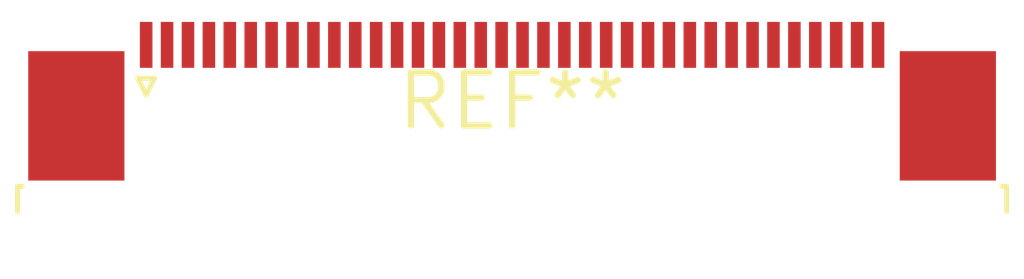
<source format=kicad_pcb>
(kicad_pcb (version 20240108) (generator pcbnew)
  (layers (0 "F.Cu" signal) (31 "B.Cu" signal) (34 "B.Paste" user) (35 "F.Paste" user) (36 "B.SilkS" user "B.Silkscreen") (37 "F.SilkS" user "F.Silkscreen") (38 "B.Mask" user) (39 "F.Mask" user) (44 "Edge.Cuts" user))
  (net 0 "")
  (footprint "TE_3-1734839-6_1x36-1MP_P0.5mm_Horizontal" (layer "F.Cu") (at 0 0)
    (property "Reference" "REF**")
    (property "Value" "PCB Edge")
    (fp_line (start -11.825 2.04) (end -11.825 2.64) (layer "F.SilkS") (stroke (width 0.12)))
    (fp_line (start -11.715 2.04) (end -11.825 2.04) (layer "F.SilkS") (stroke (width 0.12)))
    (fp_line (start -8.95 -0.55) (end -8.75 -0.15) (layer "F.SilkS") (stroke (width 0.12)))
    (fp_line (start -8.75 -0.15) (end -8.55 -0.55) (layer "F.SilkS") (stroke (width 0.12)))
    (fp_line (start -8.55 -0.55) (end -8.95 -0.55) (layer "F.SilkS") (stroke (width 0.12)))
    (fp_line (start 11.715 2.04) (end 11.825 2.04) (layer "F.SilkS") (stroke (width 0.12)))
    (fp_line (start 11.825 2.04) (end 11.825 2.64) (layer "F.SilkS") (stroke (width 0.12)))
    (pad "1" smd rect (at -8.75 -1.35) (size 0.3 1.1) (layers "F.Cu" "F.Paste" "F.Mask"))
    (pad "2" smd rect (at -8.25 -1.35) (size 0.3 1.1) (layers "F.Cu" "F.Paste" "F.Mask"))
    (pad "3" smd rect (at -7.75 -1.35) (size 0.3 1.1) (layers "F.Cu" "F.Paste" "F.Mask"))
    (pad "4" smd rect (at -7.25 -1.35) (size 0.3 1.1) (layers "F.Cu" "F.Paste" "F.Mask"))
    (pad "5" smd rect (at -6.75 -1.35) (size 0.3 1.1) (layers "F.Cu" "F.Paste" "F.Mask"))
    (pad "6" smd rect (at -6.25 -1.35) (size 0.3 1.1) (layers "F.Cu" "F.Paste" "F.Mask"))
    (pad "7" smd rect (at -5.75 -1.35) (size 0.3 1.1) (layers "F.Cu" "F.Paste" "F.Mask"))
    (pad "8" smd rect (at -5.25 -1.35) (size 0.3 1.1) (layers "F.Cu" "F.Paste" "F.Mask"))
    (pad "9" smd rect (at -4.75 -1.35) (size 0.3 1.1) (layers "F.Cu" "F.Paste" "F.Mask"))
    (pad "10" smd rect (at -4.25 -1.35) (size 0.3 1.1) (layers "F.Cu" "F.Paste" "F.Mask"))
    (pad "11" smd rect (at -3.75 -1.35) (size 0.3 1.1) (layers "F.Cu" "F.Paste" "F.Mask"))
    (pad "12" smd rect (at -3.25 -1.35) (size 0.3 1.1) (layers "F.Cu" "F.Paste" "F.Mask"))
    (pad "13" smd rect (at -2.75 -1.35) (size 0.3 1.1) (layers "F.Cu" "F.Paste" "F.Mask"))
    (pad "14" smd rect (at -2.25 -1.35) (size 0.3 1.1) (layers "F.Cu" "F.Paste" "F.Mask"))
    (pad "15" smd rect (at -1.75 -1.35) (size 0.3 1.1) (layers "F.Cu" "F.Paste" "F.Mask"))
    (pad "16" smd rect (at -1.25 -1.35) (size 0.3 1.1) (layers "F.Cu" "F.Paste" "F.Mask"))
    (pad "17" smd rect (at -0.75 -1.35) (size 0.3 1.1) (layers "F.Cu" "F.Paste" "F.Mask"))
    (pad "18" smd rect (at -0.25 -1.35) (size 0.3 1.1) (layers "F.Cu" "F.Paste" "F.Mask"))
    (pad "19" smd rect (at 0.25 -1.35) (size 0.3 1.1) (layers "F.Cu" "F.Paste" "F.Mask"))
    (pad "20" smd rect (at 0.75 -1.35) (size 0.3 1.1) (layers "F.Cu" "F.Paste" "F.Mask"))
    (pad "21" smd rect (at 1.25 -1.35) (size 0.3 1.1) (layers "F.Cu" "F.Paste" "F.Mask"))
    (pad "22" smd rect (at 1.75 -1.35) (size 0.3 1.1) (layers "F.Cu" "F.Paste" "F.Mask"))
    (pad "23" smd rect (at 2.25 -1.35) (size 0.3 1.1) (layers "F.Cu" "F.Paste" "F.Mask"))
    (pad "24" smd rect (at 2.75 -1.35) (size 0.3 1.1) (layers "F.Cu" "F.Paste" "F.Mask"))
    (pad "25" smd rect (at 3.25 -1.35) (size 0.3 1.1) (layers "F.Cu" "F.Paste" "F.Mask"))
    (pad "26" smd rect (at 3.75 -1.35) (size 0.3 1.1) (layers "F.Cu" "F.Paste" "F.Mask"))
    (pad "27" smd rect (at 4.25 -1.35) (size 0.3 1.1) (layers "F.Cu" "F.Paste" "F.Mask"))
    (pad "28" smd rect (at 4.75 -1.35) (size 0.3 1.1) (layers "F.Cu" "F.Paste" "F.Mask"))
    (pad "29" smd rect (at 5.25 -1.35) (size 0.3 1.1) (layers "F.Cu" "F.Paste" "F.Mask"))
    (pad "30" smd rect (at 5.75 -1.35) (size 0.3 1.1) (layers "F.Cu" "F.Paste" "F.Mask"))
    (pad "31" smd rect (at 6.25 -1.35) (size 0.3 1.1) (layers "F.Cu" "F.Paste" "F.Mask"))
    (pad "32" smd rect (at 6.75 -1.35) (size 0.3 1.1) (layers "F.Cu" "F.Paste" "F.Mask"))
    (pad "33" smd rect (at 7.25 -1.35) (size 0.3 1.1) (layers "F.Cu" "F.Paste" "F.Mask"))
    (pad "34" smd rect (at 7.75 -1.35) (size 0.3 1.1) (layers "F.Cu" "F.Paste" "F.Mask"))
    (pad "35" smd rect (at 8.25 -1.35) (size 0.3 1.1) (layers "F.Cu" "F.Paste" "F.Mask"))
    (pad "36" smd rect (at 8.75 -1.35) (size 0.3 1.1) (layers "F.Cu" "F.Paste" "F.Mask"))
    (pad "MP" smd rect (at -10.42 0.35) (size 2.3 3.1) (layers "F.Cu" "F.Paste" "F.Mask"))
    (pad "MP" smd rect (at 10.42 0.35) (size 2.3 3.1) (layers "F.Cu" "F.Paste" "F.Mask"))
  )
)
</source>
